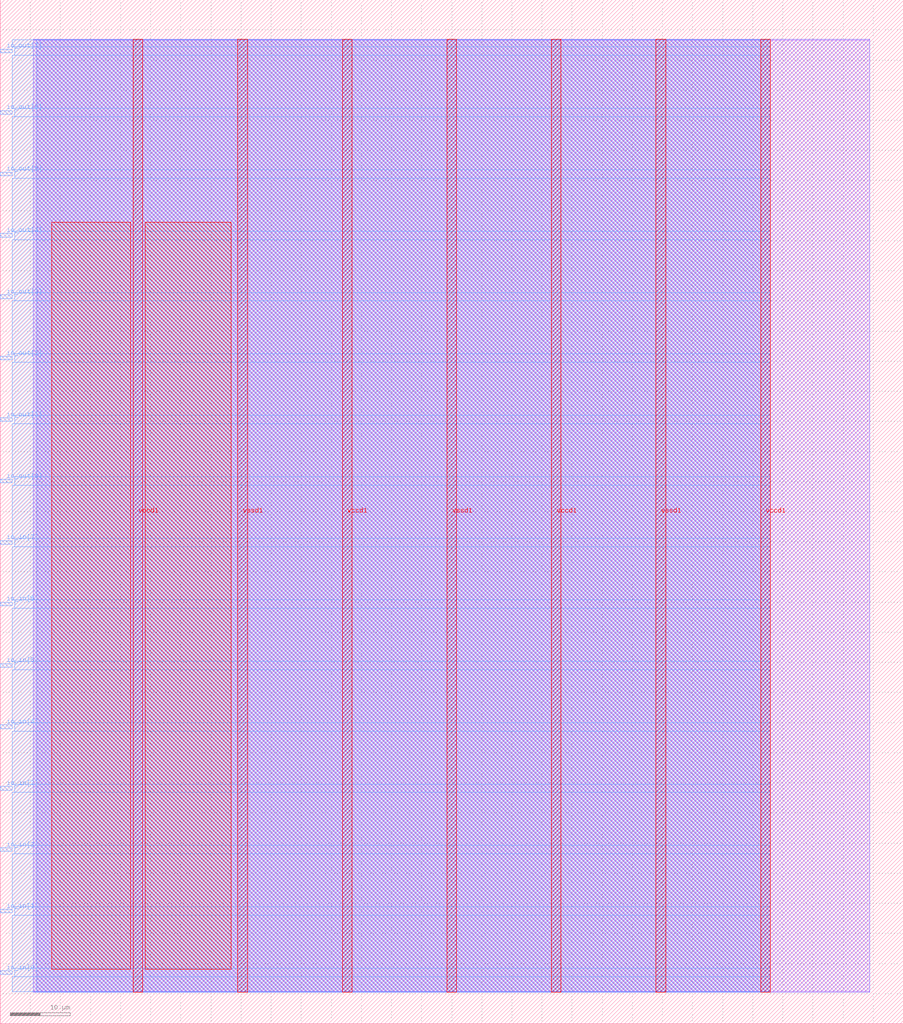
<source format=lef>
VERSION 5.7 ;
  NOWIREEXTENSIONATPIN ON ;
  DIVIDERCHAR "/" ;
  BUSBITCHARS "[]" ;
MACRO shan1293_2bitalu
  CLASS BLOCK ;
  FOREIGN shan1293_2bitalu ;
  ORIGIN 0.000 0.000 ;
  SIZE 150.000 BY 170.000 ;
  PIN io_in[0]
    DIRECTION INPUT ;
    USE SIGNAL ;
    PORT
      LAYER met3 ;
        RECT 0.000 8.200 2.000 8.800 ;
    END
  END io_in[0]
  PIN io_in[1]
    DIRECTION INPUT ;
    USE SIGNAL ;
    PORT
      LAYER met3 ;
        RECT 0.000 18.400 2.000 19.000 ;
    END
  END io_in[1]
  PIN io_in[2]
    DIRECTION INPUT ;
    USE SIGNAL ;
    PORT
      LAYER met3 ;
        RECT 0.000 28.600 2.000 29.200 ;
    END
  END io_in[2]
  PIN io_in[3]
    DIRECTION INPUT ;
    USE SIGNAL ;
    PORT
      LAYER met3 ;
        RECT 0.000 38.800 2.000 39.400 ;
    END
  END io_in[3]
  PIN io_in[4]
    DIRECTION INPUT ;
    USE SIGNAL ;
    PORT
      LAYER met3 ;
        RECT 0.000 49.000 2.000 49.600 ;
    END
  END io_in[4]
  PIN io_in[5]
    DIRECTION INPUT ;
    USE SIGNAL ;
    PORT
      LAYER met3 ;
        RECT 0.000 59.200 2.000 59.800 ;
    END
  END io_in[5]
  PIN io_in[6]
    DIRECTION INPUT ;
    USE SIGNAL ;
    PORT
      LAYER met3 ;
        RECT 0.000 69.400 2.000 70.000 ;
    END
  END io_in[6]
  PIN io_in[7]
    DIRECTION INPUT ;
    USE SIGNAL ;
    PORT
      LAYER met3 ;
        RECT 0.000 79.600 2.000 80.200 ;
    END
  END io_in[7]
  PIN io_out[0]
    DIRECTION OUTPUT TRISTATE ;
    USE SIGNAL ;
    PORT
      LAYER met3 ;
        RECT 0.000 89.800 2.000 90.400 ;
    END
  END io_out[0]
  PIN io_out[1]
    DIRECTION OUTPUT TRISTATE ;
    USE SIGNAL ;
    PORT
      LAYER met3 ;
        RECT 0.000 100.000 2.000 100.600 ;
    END
  END io_out[1]
  PIN io_out[2]
    DIRECTION OUTPUT TRISTATE ;
    USE SIGNAL ;
    PORT
      LAYER met3 ;
        RECT 0.000 110.200 2.000 110.800 ;
    END
  END io_out[2]
  PIN io_out[3]
    DIRECTION OUTPUT TRISTATE ;
    USE SIGNAL ;
    PORT
      LAYER met3 ;
        RECT 0.000 120.400 2.000 121.000 ;
    END
  END io_out[3]
  PIN io_out[4]
    DIRECTION OUTPUT TRISTATE ;
    USE SIGNAL ;
    PORT
      LAYER met3 ;
        RECT 0.000 130.600 2.000 131.200 ;
    END
  END io_out[4]
  PIN io_out[5]
    DIRECTION OUTPUT TRISTATE ;
    USE SIGNAL ;
    PORT
      LAYER met3 ;
        RECT 0.000 140.800 2.000 141.400 ;
    END
  END io_out[5]
  PIN io_out[6]
    DIRECTION OUTPUT TRISTATE ;
    USE SIGNAL ;
    PORT
      LAYER met3 ;
        RECT 0.000 151.000 2.000 151.600 ;
    END
  END io_out[6]
  PIN io_out[7]
    DIRECTION OUTPUT TRISTATE ;
    USE SIGNAL ;
    PORT
      LAYER met3 ;
        RECT 0.000 161.200 2.000 161.800 ;
    END
  END io_out[7]
  PIN vccd1
    DIRECTION INOUT ;
    USE POWER ;
    PORT
      LAYER met4 ;
        RECT 22.090 5.200 23.690 163.440 ;
    END
    PORT
      LAYER met4 ;
        RECT 56.830 5.200 58.430 163.440 ;
    END
    PORT
      LAYER met4 ;
        RECT 91.570 5.200 93.170 163.440 ;
    END
    PORT
      LAYER met4 ;
        RECT 126.310 5.200 127.910 163.440 ;
    END
  END vccd1
  PIN vssd1
    DIRECTION INOUT ;
    USE GROUND ;
    PORT
      LAYER met4 ;
        RECT 39.460 5.200 41.060 163.440 ;
    END
    PORT
      LAYER met4 ;
        RECT 74.200 5.200 75.800 163.440 ;
    END
    PORT
      LAYER met4 ;
        RECT 108.940 5.200 110.540 163.440 ;
    END
  END vssd1
  OBS
      LAYER li1 ;
        RECT 5.520 5.355 144.440 163.285 ;
      LAYER met1 ;
        RECT 5.520 5.200 144.440 163.440 ;
      LAYER met2 ;
        RECT 6.070 5.255 127.880 163.385 ;
      LAYER met3 ;
        RECT 2.000 162.200 127.900 163.365 ;
        RECT 2.400 160.800 127.900 162.200 ;
        RECT 2.000 152.000 127.900 160.800 ;
        RECT 2.400 150.600 127.900 152.000 ;
        RECT 2.000 141.800 127.900 150.600 ;
        RECT 2.400 140.400 127.900 141.800 ;
        RECT 2.000 131.600 127.900 140.400 ;
        RECT 2.400 130.200 127.900 131.600 ;
        RECT 2.000 121.400 127.900 130.200 ;
        RECT 2.400 120.000 127.900 121.400 ;
        RECT 2.000 111.200 127.900 120.000 ;
        RECT 2.400 109.800 127.900 111.200 ;
        RECT 2.000 101.000 127.900 109.800 ;
        RECT 2.400 99.600 127.900 101.000 ;
        RECT 2.000 90.800 127.900 99.600 ;
        RECT 2.400 89.400 127.900 90.800 ;
        RECT 2.000 80.600 127.900 89.400 ;
        RECT 2.400 79.200 127.900 80.600 ;
        RECT 2.000 70.400 127.900 79.200 ;
        RECT 2.400 69.000 127.900 70.400 ;
        RECT 2.000 60.200 127.900 69.000 ;
        RECT 2.400 58.800 127.900 60.200 ;
        RECT 2.000 50.000 127.900 58.800 ;
        RECT 2.400 48.600 127.900 50.000 ;
        RECT 2.000 39.800 127.900 48.600 ;
        RECT 2.400 38.400 127.900 39.800 ;
        RECT 2.000 29.600 127.900 38.400 ;
        RECT 2.400 28.200 127.900 29.600 ;
        RECT 2.000 19.400 127.900 28.200 ;
        RECT 2.400 18.000 127.900 19.400 ;
        RECT 2.000 9.200 127.900 18.000 ;
        RECT 2.400 7.800 127.900 9.200 ;
        RECT 2.000 5.275 127.900 7.800 ;
      LAYER met4 ;
        RECT 8.575 9.015 21.690 133.105 ;
        RECT 24.090 9.015 38.345 133.105 ;
  END
END shan1293_2bitalu
END LIBRARY


</source>
